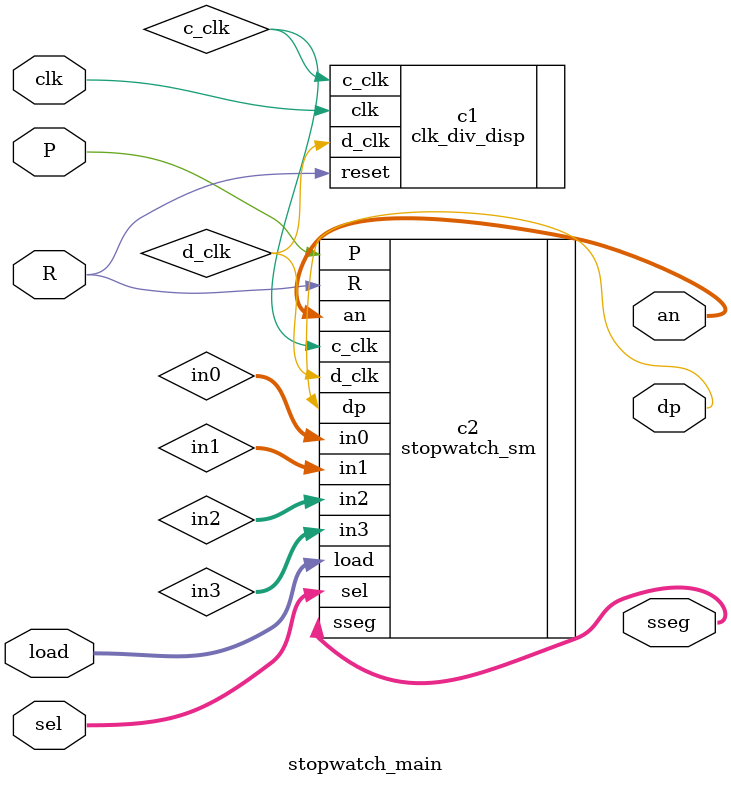
<source format=v>
`timescale 1ns / 1ps


module stopwatch_main(
    input clk,
    input P,
    input R,
    input [7:0] load,
    input [1:0] sel,
    output [3:0] an,
    output [6:0] sseg,
    output dp
    );
    
    wire [6:0] in0,in1,in2,in3;
    wire c_clk, d_clk;
    clk_div_disp c1(.clk(clk),.reset(R), .c_clk(c_clk),.d_clk(d_clk));
    
    stopwatch_sm c2(.c_clk(c_clk),.d_clk(d_clk), .R(R),.P(P),.sel(sel),.load(load),.dp(dp), .in0(in0), .in1(in1),.in2(in2),.in3(in3),.an(an),.sseg(sseg)
    );
    
endmodule

</source>
